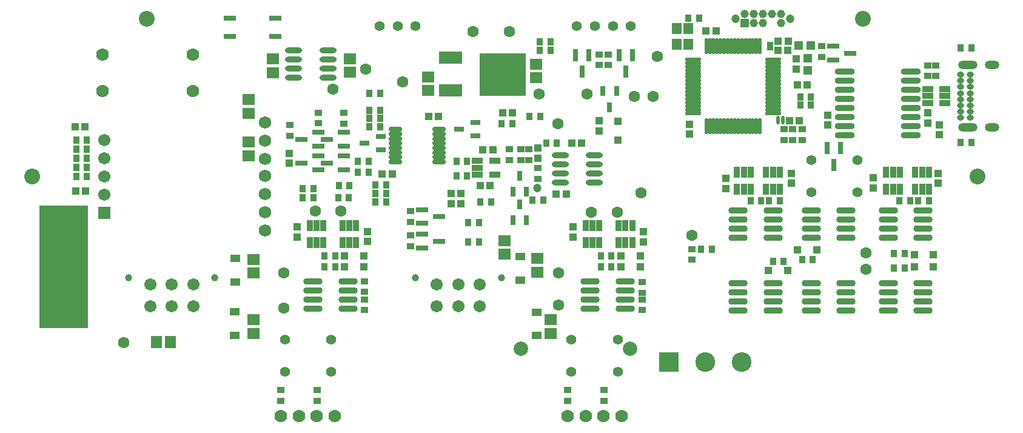
<source format=gts>
G04*
G04 #@! TF.GenerationSoftware,Altium Limited,Altium Designer,21.6.1 (37)*
G04*
G04 Layer_Color=8388736*
%FSLAX25Y25*%
%MOIN*%
G70*
G04*
G04 #@! TF.SameCoordinates,E8E7377F-12F3-41F2-B4DA-774CBFF52AF4*
G04*
G04*
G04 #@! TF.FilePolarity,Negative*
G04*
G01*
G75*
%ADD55R,0.03400X0.05050*%
%ADD56R,0.26524X0.67500*%
%ADD57R,0.06509X0.03162*%
%ADD58R,0.04343X0.03556*%
%ADD59R,0.04343X0.03950*%
%ADD60R,0.03950X0.04343*%
%ADD61O,0.09068X0.01981*%
%ADD62R,0.03556X0.04343*%
G04:AMPARAMS|DCode=63|XSize=25.72mil|YSize=70.99mil|CornerRadius=5.95mil|HoleSize=0mil|Usage=FLASHONLY|Rotation=90.000|XOffset=0mil|YOffset=0mil|HoleType=Round|Shape=RoundedRectangle|*
%AMROUNDEDRECTD63*
21,1,0.02572,0.05909,0,0,90.0*
21,1,0.01382,0.07099,0,0,90.0*
1,1,0.01190,0.02955,0.00691*
1,1,0.01190,0.02955,-0.00691*
1,1,0.01190,-0.02955,-0.00691*
1,1,0.01190,-0.02955,0.00691*
%
%ADD63ROUNDEDRECTD63*%
%ADD64C,0.00500*%
%ADD65R,0.03162X0.05328*%
%ADD66R,0.04343X0.04343*%
%ADD67O,0.01981X0.04737*%
%ADD68R,0.06706X0.05918*%
%ADD69R,0.04737X0.05131*%
%ADD70R,0.05131X0.04737*%
%ADD71O,0.01981X0.09068*%
%ADD72R,0.05524X0.06312*%
%ADD73R,0.03556X0.05918*%
%ADD74O,0.11036X0.03556*%
%ADD75R,0.05918X0.03556*%
%ADD76O,0.09461X0.03162*%
%ADD77R,0.05918X0.06706*%
%ADD78R,0.05600X0.04400*%
%ADD79C,0.04737*%
%ADD80R,0.05328X0.03162*%
%ADD81R,0.03162X0.06509*%
%ADD82R,0.04343X0.04343*%
%ADD83R,0.25210X0.23635*%
%ADD84R,0.12611X0.07099*%
%ADD85O,0.10642X0.03556*%
%ADD86R,0.06706X0.03162*%
%ADD87C,0.06312*%
%ADD88C,0.06800*%
%ADD89C,0.07000*%
%ADD90C,0.08674*%
%ADD91C,0.04580*%
%ADD92R,0.04580X0.04580*%
%ADD93C,0.05524*%
%ADD94C,0.06706*%
%ADD95C,0.03950*%
%ADD96R,0.10800X0.10800*%
%ADD97C,0.10800*%
%ADD98O,0.03950X0.03241*%
%ADD99O,0.10642X0.04737*%
%ADD100O,0.07887X0.04737*%
%ADD101C,0.07887*%
%ADD102R,0.06706X0.06706*%
D55*
X437000Y219725D02*
D03*
D56*
X48807Y98255D02*
D03*
D57*
X188672Y172246D02*
D03*
X202672Y172246D02*
D03*
X188672Y159246D02*
D03*
X202672Y159246D02*
D03*
X480926Y215800D02*
D03*
X471674Y212060D02*
D03*
X471674Y219540D02*
D03*
X255025Y112500D02*
D03*
X245773Y108760D02*
D03*
X245773Y116240D02*
D03*
X255025Y126100D02*
D03*
X245773Y122360D02*
D03*
X245773Y129840D02*
D03*
X193420Y155506D02*
D03*
X202672Y151765D02*
D03*
X179420Y155506D02*
D03*
X188672Y151765D02*
D03*
X193420Y168506D02*
D03*
X202672Y164765D02*
D03*
X179420Y168506D02*
D03*
X188672Y164765D02*
D03*
D58*
X172900Y170347D02*
D03*
X202500Y182953D02*
D03*
X188500Y183153D02*
D03*
X343093Y215167D02*
D03*
X343093Y209261D02*
D03*
X348093Y215167D02*
D03*
X348093Y209261D02*
D03*
X304400Y163051D02*
D03*
X304400Y157146D02*
D03*
X366546Y84053D02*
D03*
X366546Y89958D02*
D03*
X465300Y219553D02*
D03*
X465300Y213647D02*
D03*
X214046Y84553D02*
D03*
X214046Y90458D02*
D03*
X188093Y30667D02*
D03*
X188093Y24761D02*
D03*
X345593Y30667D02*
D03*
X345593Y24761D02*
D03*
X325593Y24761D02*
D03*
X325593Y30667D02*
D03*
X168093Y30667D02*
D03*
X168093Y24761D02*
D03*
X449495Y174053D02*
D03*
X449495Y168147D02*
D03*
X454600Y174034D02*
D03*
X454600Y168128D02*
D03*
X444500Y174053D02*
D03*
X444500Y168147D02*
D03*
X309293Y152667D02*
D03*
X309293Y146761D02*
D03*
X523593Y209167D02*
D03*
X523593Y203261D02*
D03*
X528093Y209167D02*
D03*
X528093Y203261D02*
D03*
X188500Y177247D02*
D03*
X394000Y108134D02*
D03*
X394000Y102228D02*
D03*
X239400Y109747D02*
D03*
X239400Y115653D02*
D03*
X239300Y123047D02*
D03*
X239300Y128953D02*
D03*
X214046Y74553D02*
D03*
X214046Y80458D02*
D03*
X366546Y74553D02*
D03*
X366546Y80458D02*
D03*
X202500Y177047D02*
D03*
X299900Y157146D02*
D03*
X299900Y163051D02*
D03*
X293700Y163051D02*
D03*
X293700Y157146D02*
D03*
X172900Y176253D02*
D03*
D59*
X172700Y160856D02*
D03*
X342900Y173044D02*
D03*
X342900Y178556D02*
D03*
X392800Y176737D02*
D03*
X392800Y171225D02*
D03*
X468546Y181761D02*
D03*
X468546Y176250D02*
D03*
X523593Y182970D02*
D03*
X523593Y177458D02*
D03*
X530093Y170958D02*
D03*
X530093Y176470D02*
D03*
X529400Y144344D02*
D03*
X529400Y149856D02*
D03*
X493700Y147356D02*
D03*
X493700Y141844D02*
D03*
X448600Y144244D02*
D03*
X448600Y149756D02*
D03*
X412600Y146956D02*
D03*
X412600Y141444D02*
D03*
X451400Y207044D02*
D03*
X451400Y212556D02*
D03*
X172700Y155344D02*
D03*
X309200Y163556D02*
D03*
X309200Y158044D02*
D03*
X328740Y114844D02*
D03*
X328740Y120356D02*
D03*
X176969Y114844D02*
D03*
X176969Y120356D02*
D03*
X367323Y117702D02*
D03*
X367323Y112190D02*
D03*
X215551Y117797D02*
D03*
X215551Y112285D02*
D03*
D60*
X451839Y198214D02*
D03*
X441344Y222400D02*
D03*
X446856Y222400D02*
D03*
X457350Y198214D02*
D03*
X407256Y228181D02*
D03*
X401744Y228181D02*
D03*
X441244Y217300D02*
D03*
X446756Y217300D02*
D03*
X447544Y178700D02*
D03*
X453056Y178700D02*
D03*
X289944Y183000D02*
D03*
X295456Y183000D02*
D03*
X54943Y175505D02*
D03*
X60455Y175505D02*
D03*
X55290Y140006D02*
D03*
X60802Y140006D02*
D03*
X229302Y149505D02*
D03*
X223790Y149505D02*
D03*
X249244Y181000D02*
D03*
X254756Y181000D02*
D03*
X261544Y138700D02*
D03*
X267056Y138700D02*
D03*
X324879Y138214D02*
D03*
X319367Y138214D02*
D03*
X327944Y166500D02*
D03*
X333456Y166500D02*
D03*
X279144Y162800D02*
D03*
X284656Y162800D02*
D03*
X283156Y143100D02*
D03*
X277644Y143100D02*
D03*
X261544Y132900D02*
D03*
X267056Y132900D02*
D03*
D61*
X438689Y194681D02*
D03*
X438689Y196650D02*
D03*
X438689Y204524D02*
D03*
X438689Y202555D02*
D03*
X438689Y198618D02*
D03*
X394595Y182870D02*
D03*
X394595Y184839D02*
D03*
X394595Y186807D02*
D03*
X394595Y188776D02*
D03*
X394595Y190744D02*
D03*
X394595Y192713D02*
D03*
X394595Y194681D02*
D03*
X394595Y196650D02*
D03*
X394595Y198618D02*
D03*
X394595Y200587D02*
D03*
X394595Y202555D02*
D03*
X394595Y204524D02*
D03*
X394595Y206492D02*
D03*
X394595Y208461D02*
D03*
X394595Y210429D02*
D03*
X394595Y212398D02*
D03*
X438689Y212398D02*
D03*
X438689Y210429D02*
D03*
X438689Y208461D02*
D03*
X438689Y206492D02*
D03*
X438689Y200587D02*
D03*
X438689Y192713D02*
D03*
X438689Y190744D02*
D03*
X438689Y188776D02*
D03*
X438689Y186807D02*
D03*
X438689Y184839D02*
D03*
X438689Y182870D02*
D03*
D62*
X216595Y180006D02*
D03*
X216595Y184505D02*
D03*
X222500Y180006D02*
D03*
X222500Y184505D02*
D03*
X216253Y150400D02*
D03*
X220146Y143300D02*
D03*
X310653Y181200D02*
D03*
X319753Y166500D02*
D03*
X304747Y181200D02*
D03*
X283553Y134100D02*
D03*
X277647Y134100D02*
D03*
X264547Y148400D02*
D03*
X270453Y148400D02*
D03*
X313847Y166500D02*
D03*
X397953Y235181D02*
D03*
X392047Y235181D02*
D03*
X399047Y108000D02*
D03*
X404953Y108000D02*
D03*
X61498Y163005D02*
D03*
X55593Y163005D02*
D03*
X61498Y153006D02*
D03*
X55593Y153006D02*
D03*
X198031Y104529D02*
D03*
X192126Y104529D02*
D03*
X310493Y222006D02*
D03*
X316398Y222006D02*
D03*
X310493Y217506D02*
D03*
X316398Y217506D02*
D03*
X453540Y187214D02*
D03*
X459446Y187214D02*
D03*
X453540Y191714D02*
D03*
X459446Y191714D02*
D03*
X541790Y218714D02*
D03*
X547695Y218714D02*
D03*
X547695Y166714D02*
D03*
X541790Y166714D02*
D03*
X61498Y158005D02*
D03*
X55593Y158005D02*
D03*
X205753Y143200D02*
D03*
X199847Y143200D02*
D03*
X55593Y168006D02*
D03*
X61498Y168006D02*
D03*
X55593Y148005D02*
D03*
X61498Y148005D02*
D03*
X276969Y111900D02*
D03*
X271063Y111900D02*
D03*
X276969Y122800D02*
D03*
X271063Y122800D02*
D03*
X264547Y156500D02*
D03*
X270453Y156500D02*
D03*
X198031Y98506D02*
D03*
X192126Y98506D02*
D03*
X226051Y143300D02*
D03*
X210347Y150400D02*
D03*
X306323Y135181D02*
D03*
X312228Y135181D02*
D03*
X210393Y156506D02*
D03*
X216298Y156506D02*
D03*
X220146Y138800D02*
D03*
X226051Y138800D02*
D03*
X185998Y141506D02*
D03*
X180093Y141506D02*
D03*
X226051Y134005D02*
D03*
X220146Y134005D02*
D03*
X185998Y136505D02*
D03*
X180093Y136505D02*
D03*
X199593Y136505D02*
D03*
X205498Y136505D02*
D03*
X222500Y175500D02*
D03*
X216595Y175500D02*
D03*
X216595Y193700D02*
D03*
X222500Y193700D02*
D03*
X349803Y98506D02*
D03*
X343898Y98506D02*
D03*
X349803Y104529D02*
D03*
X343898Y104529D02*
D03*
X454547Y102500D02*
D03*
X460453Y102500D02*
D03*
X505047Y105618D02*
D03*
X510953Y105618D02*
D03*
X436347Y134700D02*
D03*
X442253Y134700D02*
D03*
X518347Y134700D02*
D03*
X524253Y134700D02*
D03*
X505047Y97744D02*
D03*
X510953Y97744D02*
D03*
X444453Y101500D02*
D03*
X438547Y101500D02*
D03*
X432153Y134700D02*
D03*
X426247Y134700D02*
D03*
X514053Y134700D02*
D03*
X508147Y134700D02*
D03*
X289347Y177000D02*
D03*
X295253Y177000D02*
D03*
D63*
X231038Y173962D02*
D03*
X255053Y163726D02*
D03*
X231038Y171403D02*
D03*
X255053Y171403D02*
D03*
X255053Y156049D02*
D03*
X255053Y158608D02*
D03*
X255053Y161167D02*
D03*
X255053Y166285D02*
D03*
X255053Y168844D02*
D03*
X255053Y173962D02*
D03*
X231038Y156049D02*
D03*
X231038Y158608D02*
D03*
X231038Y161167D02*
D03*
X231038Y163726D02*
D03*
X231038Y166285D02*
D03*
X231038Y168844D02*
D03*
D64*
X437000Y221350D02*
D03*
X437000Y218200D02*
D03*
D65*
X348800Y186071D02*
D03*
X345060Y194929D02*
D03*
X352540Y194929D02*
D03*
X299400Y148429D02*
D03*
X303140Y139571D02*
D03*
X295660Y139571D02*
D03*
X299400Y132829D02*
D03*
X303140Y123971D02*
D03*
X295660Y123971D02*
D03*
D66*
X353215Y178525D02*
D03*
X353215Y167895D02*
D03*
D67*
X441400Y179098D02*
D03*
X444100Y179098D02*
D03*
D68*
X163700Y205160D02*
D03*
X163700Y212640D02*
D03*
X249046Y195265D02*
D03*
X249046Y202746D02*
D03*
X206046Y205265D02*
D03*
X206046Y212746D02*
D03*
X308400Y202260D02*
D03*
X308400Y209740D02*
D03*
X150300Y166921D02*
D03*
X150300Y159441D02*
D03*
X150200Y190321D02*
D03*
X150200Y182841D02*
D03*
X291100Y112840D02*
D03*
X291100Y105360D02*
D03*
X153046Y94965D02*
D03*
X153046Y102446D02*
D03*
X309046Y95465D02*
D03*
X309046Y102946D02*
D03*
X153046Y69246D02*
D03*
X153046Y61765D02*
D03*
X316246Y69346D02*
D03*
X316246Y61865D02*
D03*
D69*
X457700Y213146D02*
D03*
X457700Y206453D02*
D03*
D70*
X452654Y219900D02*
D03*
X459346Y219900D02*
D03*
D71*
X431405Y175587D02*
D03*
X429437Y175587D02*
D03*
X427468Y175587D02*
D03*
X425500Y175587D02*
D03*
X423531Y175587D02*
D03*
X421563Y175587D02*
D03*
X419594Y175587D02*
D03*
X417626Y175587D02*
D03*
X415658Y175587D02*
D03*
X413689Y175587D02*
D03*
X411721Y175587D02*
D03*
X409752Y175587D02*
D03*
X407784Y175587D02*
D03*
X405815Y175587D02*
D03*
X403847Y175587D02*
D03*
X401878Y175587D02*
D03*
X401878Y219681D02*
D03*
X403847Y219681D02*
D03*
X405815Y219681D02*
D03*
X407784Y219681D02*
D03*
X409752Y219681D02*
D03*
X411721Y219681D02*
D03*
X413689Y219681D02*
D03*
X415658Y219681D02*
D03*
X417626Y219681D02*
D03*
X419594Y219681D02*
D03*
X421563Y219681D02*
D03*
X423531Y219681D02*
D03*
X425500Y219681D02*
D03*
X427468Y219681D02*
D03*
X429437Y219681D02*
D03*
X431405Y219681D02*
D03*
D72*
X391855Y220623D02*
D03*
X385556Y220623D02*
D03*
X385556Y229284D02*
D03*
X391855Y229284D02*
D03*
D73*
X183858Y121024D02*
D03*
X187598Y121024D02*
D03*
X191339Y121024D02*
D03*
X191339Y111575D02*
D03*
X187598Y111575D02*
D03*
X183858Y111575D02*
D03*
X201969Y121024D02*
D03*
X205709Y121024D02*
D03*
X209449Y121024D02*
D03*
X209449Y111575D02*
D03*
X205709Y111575D02*
D03*
X201969Y111575D02*
D03*
X353740Y121024D02*
D03*
X357480Y121024D02*
D03*
X361221Y121024D02*
D03*
X361221Y111575D02*
D03*
X357480Y111575D02*
D03*
X353740Y111575D02*
D03*
X335630Y121024D02*
D03*
X339370Y121024D02*
D03*
X343110Y121024D02*
D03*
X343110Y111575D02*
D03*
X339370Y111575D02*
D03*
X335630Y111575D02*
D03*
X516760Y150406D02*
D03*
X520500Y150406D02*
D03*
X524240Y150406D02*
D03*
X524240Y140957D02*
D03*
X520500Y140957D02*
D03*
X516760Y140957D02*
D03*
X418760Y150406D02*
D03*
X422500Y150406D02*
D03*
X426240Y150406D02*
D03*
X426240Y140957D02*
D03*
X422500Y140957D02*
D03*
X418760Y140957D02*
D03*
X500760Y150406D02*
D03*
X504500Y150406D02*
D03*
X508240Y150406D02*
D03*
X508240Y140957D02*
D03*
X504500Y140957D02*
D03*
X500760Y140957D02*
D03*
X434760Y150406D02*
D03*
X438500Y150406D02*
D03*
X442240Y150406D02*
D03*
X442240Y140957D02*
D03*
X438500Y140957D02*
D03*
X434760Y140957D02*
D03*
D74*
X477983Y205714D02*
D03*
X477983Y200714D02*
D03*
X477983Y195714D02*
D03*
X477983Y190714D02*
D03*
X477983Y185714D02*
D03*
X477983Y180714D02*
D03*
X477983Y175714D02*
D03*
X477983Y170714D02*
D03*
X514203Y205714D02*
D03*
X514203Y200714D02*
D03*
X514203Y195714D02*
D03*
X514203Y190714D02*
D03*
X514203Y185714D02*
D03*
X514203Y180714D02*
D03*
X514203Y175714D02*
D03*
X514203Y170714D02*
D03*
D75*
X523518Y188474D02*
D03*
X523518Y192214D02*
D03*
X523518Y195954D02*
D03*
X532967Y195954D02*
D03*
X532967Y192214D02*
D03*
X532967Y188474D02*
D03*
X276121Y156546D02*
D03*
X276121Y152805D02*
D03*
X276121Y149065D02*
D03*
X285570Y149065D02*
D03*
X285570Y156546D02*
D03*
D76*
X321574Y159714D02*
D03*
X321574Y154714D02*
D03*
X321574Y149714D02*
D03*
X321574Y144714D02*
D03*
X340472Y159714D02*
D03*
X340472Y154714D02*
D03*
X340472Y149714D02*
D03*
X340472Y144714D02*
D03*
X194043Y202406D02*
D03*
X194043Y207405D02*
D03*
X194043Y212405D02*
D03*
X194043Y217406D02*
D03*
X175146Y202406D02*
D03*
X175146Y207405D02*
D03*
X175146Y212405D02*
D03*
X175146Y217406D02*
D03*
D77*
X99805Y57006D02*
D03*
X107286Y57006D02*
D03*
D78*
X143046Y90056D02*
D03*
X143046Y102955D02*
D03*
X299546Y91056D02*
D03*
X299546Y103955D02*
D03*
X142546Y73655D02*
D03*
X142546Y60755D02*
D03*
X308500Y73450D02*
D03*
X308500Y60550D02*
D03*
D79*
X309098Y141700D02*
D03*
X417942Y234714D02*
D03*
X447942Y234714D02*
D03*
D80*
X214071Y166400D02*
D03*
X222929Y170140D02*
D03*
X222929Y162660D02*
D03*
X266042Y173960D02*
D03*
X274900Y177700D02*
D03*
X274900Y170220D02*
D03*
D81*
X333593Y205588D02*
D03*
X329853Y214840D02*
D03*
X337333Y214840D02*
D03*
X357593Y205588D02*
D03*
X353853Y214840D02*
D03*
X361333Y214840D02*
D03*
X472000Y154374D02*
D03*
X468260Y163626D02*
D03*
X475740Y163626D02*
D03*
D82*
X213790Y104514D02*
D03*
X203160Y104514D02*
D03*
X213790Y98490D02*
D03*
X203160Y98490D02*
D03*
X365561Y98490D02*
D03*
X354931Y98490D02*
D03*
X365561Y104514D02*
D03*
X354931Y104514D02*
D03*
X526825Y104985D02*
D03*
X516195Y104985D02*
D03*
X462525Y107785D02*
D03*
X451895Y107785D02*
D03*
X446625Y96385D02*
D03*
X435995Y96385D02*
D03*
X526825Y98485D02*
D03*
X516195Y98485D02*
D03*
D83*
X289876Y204006D02*
D03*
D84*
X261215Y213502D02*
D03*
X261215Y195509D02*
D03*
D85*
X204947Y75214D02*
D03*
X204947Y80214D02*
D03*
X204947Y85214D02*
D03*
X204947Y90214D02*
D03*
X185656Y75214D02*
D03*
X185656Y80214D02*
D03*
X185656Y85214D02*
D03*
X185656Y90214D02*
D03*
X357191Y75214D02*
D03*
X357191Y80214D02*
D03*
X357191Y85214D02*
D03*
X357191Y90214D02*
D03*
X337900Y75214D02*
D03*
X337900Y80214D02*
D03*
X337900Y85214D02*
D03*
X337900Y90214D02*
D03*
X459500Y129244D02*
D03*
X459500Y124244D02*
D03*
X459500Y119244D02*
D03*
X459500Y114244D02*
D03*
X478791Y129244D02*
D03*
X478791Y124244D02*
D03*
X478791Y119244D02*
D03*
X478791Y114244D02*
D03*
X521146Y114244D02*
D03*
X521146Y119244D02*
D03*
X521146Y124244D02*
D03*
X521146Y129244D02*
D03*
X501854Y114244D02*
D03*
X501854Y119244D02*
D03*
X501854Y124244D02*
D03*
X501854Y129244D02*
D03*
X459500Y89244D02*
D03*
X459500Y84244D02*
D03*
X459500Y79244D02*
D03*
X459500Y74244D02*
D03*
X478791Y89244D02*
D03*
X478791Y84244D02*
D03*
X478791Y79244D02*
D03*
X478791Y74244D02*
D03*
X521146Y74244D02*
D03*
X521146Y79244D02*
D03*
X521146Y84244D02*
D03*
X521146Y89244D02*
D03*
X501854Y74244D02*
D03*
X501854Y79244D02*
D03*
X501854Y84244D02*
D03*
X501854Y89244D02*
D03*
X438646Y114244D02*
D03*
X438646Y119244D02*
D03*
X438646Y124244D02*
D03*
X438646Y129244D02*
D03*
X419354Y114244D02*
D03*
X419354Y119244D02*
D03*
X419354Y124244D02*
D03*
X419354Y129244D02*
D03*
X438646Y74244D02*
D03*
X438646Y79244D02*
D03*
X438646Y84244D02*
D03*
X438646Y89244D02*
D03*
X419354Y74244D02*
D03*
X419354Y79244D02*
D03*
X419354Y84244D02*
D03*
X419354Y89244D02*
D03*
D86*
X165144Y225084D02*
D03*
X165144Y234927D02*
D03*
X139947Y234927D02*
D03*
X139947Y225084D02*
D03*
D87*
X320400Y176900D02*
D03*
X214546Y207006D02*
D03*
X310100Y193402D02*
D03*
X336200Y193402D02*
D03*
X293593Y227714D02*
D03*
X273593Y227714D02*
D03*
X196546Y196005D02*
D03*
X394000Y115581D02*
D03*
X169546Y95006D02*
D03*
X320746Y95006D02*
D03*
X187100Y128900D02*
D03*
X235000Y200200D02*
D03*
X81593Y56714D02*
D03*
X366000Y139181D02*
D03*
X200900Y128902D02*
D03*
X169546Y75805D02*
D03*
X320746Y77306D02*
D03*
X374900Y214200D02*
D03*
X352900Y128400D02*
D03*
X338600Y128500D02*
D03*
X362300Y192181D02*
D03*
X372800Y192000D02*
D03*
X489500Y106000D02*
D03*
X489500Y97000D02*
D03*
D88*
X159353Y177659D02*
D03*
X159353Y167659D02*
D03*
X159353Y157659D02*
D03*
X159353Y118289D02*
D03*
X159353Y128289D02*
D03*
X159353Y138289D02*
D03*
X159353Y148289D02*
D03*
D89*
X197817Y16210D02*
D03*
X187817Y16210D02*
D03*
X355298Y16210D02*
D03*
X345298Y16210D02*
D03*
X325613Y16210D02*
D03*
X335613Y16210D02*
D03*
X168132Y16210D02*
D03*
X178132Y16210D02*
D03*
X70046Y215005D02*
D03*
X70046Y195006D02*
D03*
X119546Y215005D02*
D03*
X119546Y195006D02*
D03*
D90*
X488093Y234714D02*
D03*
X551085Y148100D02*
D03*
X31400Y148100D02*
D03*
X94392Y234714D02*
D03*
D91*
X422942Y237214D02*
D03*
X427943Y237214D02*
D03*
X432942Y237214D02*
D03*
X437943Y237214D02*
D03*
X442942Y237214D02*
D03*
X442942Y232214D02*
D03*
X432942Y232214D02*
D03*
X427943Y232214D02*
D03*
D92*
X422942Y232214D02*
D03*
D93*
X327660Y58533D02*
D03*
X327660Y40817D02*
D03*
X353250Y40817D02*
D03*
X353250Y58533D02*
D03*
X485140Y139242D02*
D03*
X485140Y156958D02*
D03*
X459550Y156958D02*
D03*
X459550Y139242D02*
D03*
X170179Y58533D02*
D03*
X170179Y40817D02*
D03*
X195770Y40817D02*
D03*
X195770Y58533D02*
D03*
X330829Y230777D02*
D03*
X340672Y230777D02*
D03*
X350514Y230777D02*
D03*
X360357Y230777D02*
D03*
X222345Y230777D02*
D03*
X232187Y230777D02*
D03*
X242030Y230777D02*
D03*
D94*
X119904Y76809D02*
D03*
X108093Y76809D02*
D03*
X96282Y76809D02*
D03*
X119904Y88620D02*
D03*
X108093Y88620D02*
D03*
X96282Y88620D02*
D03*
X277404Y76809D02*
D03*
X265593Y76809D02*
D03*
X253782Y76809D02*
D03*
X277404Y88620D02*
D03*
X265593Y88620D02*
D03*
X253782Y88620D02*
D03*
X71046Y138005D02*
D03*
X71046Y148005D02*
D03*
X71046Y158005D02*
D03*
X71046Y168006D02*
D03*
D95*
X84471Y92321D02*
D03*
X131715Y92321D02*
D03*
X241971Y92321D02*
D03*
X289215Y92321D02*
D03*
D96*
X381200Y45900D02*
D03*
D97*
X401200Y45900D02*
D03*
X421200Y45900D02*
D03*
D98*
X541715Y180482D02*
D03*
X541715Y183828D02*
D03*
X541715Y187174D02*
D03*
X541715Y190522D02*
D03*
X541715Y193868D02*
D03*
X541715Y197214D02*
D03*
X541715Y200560D02*
D03*
X541715Y203907D02*
D03*
X547029Y203907D02*
D03*
X547029Y200560D02*
D03*
X547029Y197214D02*
D03*
X547029Y193868D02*
D03*
X547029Y190522D02*
D03*
X547029Y187174D02*
D03*
X547029Y183828D02*
D03*
X547029Y180482D02*
D03*
D99*
X545573Y175166D02*
D03*
X545573Y209223D02*
D03*
D100*
X558880Y209223D02*
D03*
X558880Y175166D02*
D03*
D101*
X300000Y53500D02*
D03*
X360000Y53500D02*
D03*
D102*
X71046Y128006D02*
D03*
M02*

</source>
